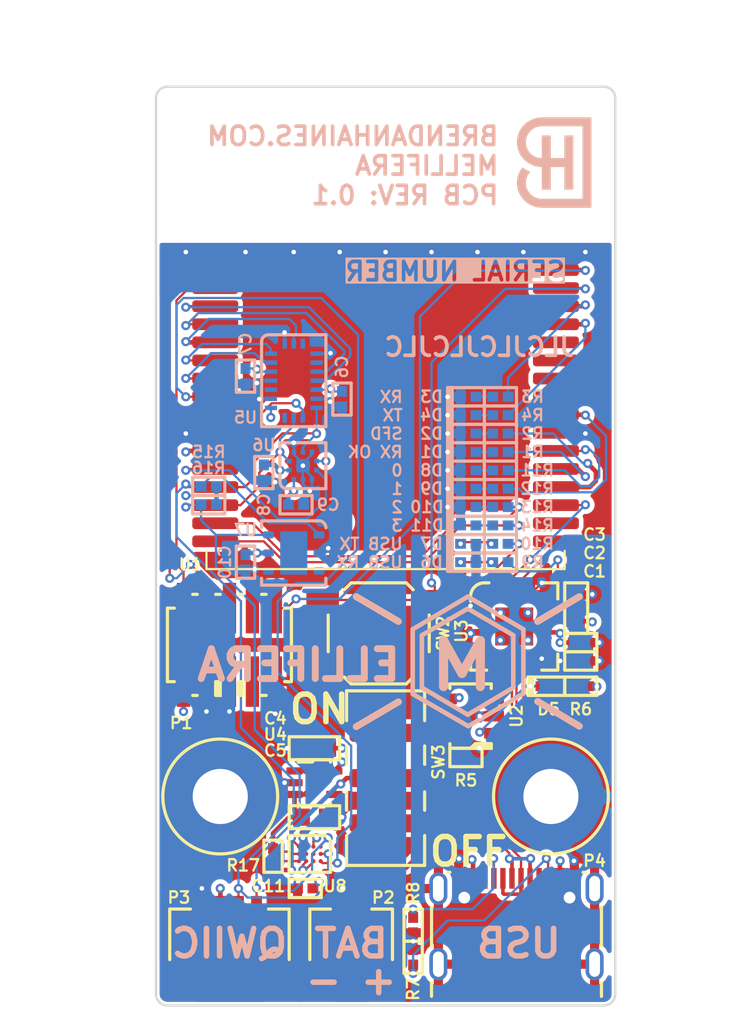
<source format=kicad_pcb>
(kicad_pcb (version 20221018) (generator pcbnew)

  (general
    (thickness 1.6)
  )

  (paper "USLetter")
  (title_block
    (title "${PROJECT_NAME}")
    (date "2022-09-27")
    (rev "${PCB_REVISION}")
    (company "Brendan Haines")
  )

  (layers
    (0 "F.Cu" signal)
    (1 "In1.Cu" signal)
    (2 "In2.Cu" signal)
    (31 "B.Cu" signal)
    (32 "B.Adhes" user "B.Adhesive")
    (33 "F.Adhes" user "F.Adhesive")
    (34 "B.Paste" user)
    (35 "F.Paste" user)
    (36 "B.SilkS" user "B.Silkscreen")
    (37 "F.SilkS" user "F.Silkscreen")
    (38 "B.Mask" user)
    (39 "F.Mask" user)
    (40 "Dwgs.User" user "User.Drawings")
    (41 "Cmts.User" user "User.Comments")
    (42 "Eco1.User" user "User.Eco1")
    (43 "Eco2.User" user "User.Eco2")
    (44 "Edge.Cuts" user)
    (45 "Margin" user)
    (46 "B.CrtYd" user "B.Courtyard")
    (47 "F.CrtYd" user "F.Courtyard")
    (48 "B.Fab" user)
    (49 "F.Fab" user)
    (50 "User.1" user)
    (51 "User.2" user)
    (52 "User.3" user)
    (53 "User.4" user)
    (54 "User.5" user)
    (55 "User.6" user)
    (56 "User.7" user)
    (57 "User.8" user)
    (58 "User.9" user)
  )

  (setup
    (stackup
      (layer "F.SilkS" (type "Top Silk Screen"))
      (layer "F.Paste" (type "Top Solder Paste"))
      (layer "F.Mask" (type "Top Solder Mask") (thickness 0.01))
      (layer "F.Cu" (type "copper") (thickness 0.035))
      (layer "dielectric 1" (type "core") (thickness 0.48) (material "FR4") (epsilon_r 4.5) (loss_tangent 0.02))
      (layer "In1.Cu" (type "copper") (thickness 0.035))
      (layer "dielectric 2" (type "prepreg") (thickness 0.48) (material "FR4") (epsilon_r 4.5) (loss_tangent 0.02))
      (layer "In2.Cu" (type "copper") (thickness 0.035))
      (layer "dielectric 3" (type "core") (thickness 0.48) (material "FR4") (epsilon_r 4.5) (loss_tangent 0.02))
      (layer "B.Cu" (type "copper") (thickness 0.035))
      (layer "B.Mask" (type "Bottom Solder Mask") (thickness 0.01))
      (layer "B.Paste" (type "Bottom Solder Paste"))
      (layer "B.SilkS" (type "Bottom Silk Screen"))
      (copper_finish "None")
      (dielectric_constraints no)
    )
    (pad_to_mask_clearance 0)
    (grid_origin 127 76.2)
    (pcbplotparams
      (layerselection 0x00010fc_ffffffff)
      (plot_on_all_layers_selection 0x0000000_00000000)
      (disableapertmacros false)
      (usegerberextensions false)
      (usegerberattributes true)
      (usegerberadvancedattributes true)
      (creategerberjobfile true)
      (dashed_line_dash_ratio 12.000000)
      (dashed_line_gap_ratio 3.000000)
      (svgprecision 4)
      (plotframeref false)
      (viasonmask false)
      (mode 1)
      (useauxorigin false)
      (hpglpennumber 1)
      (hpglpenspeed 20)
      (hpglpendiameter 15.000000)
      (dxfpolygonmode true)
      (dxfimperialunits true)
      (dxfusepcbnewfont true)
      (psnegative false)
      (psa4output false)
      (plotreference true)
      (plotvalue true)
      (plotinvisibletext false)
      (sketchpadsonfab false)
      (subtractmaskfromsilk false)
      (outputformat 1)
      (mirror false)
      (drillshape 0)
      (scaleselection 1)
      (outputdirectory "output")
    )
  )

  (property "PCB_REVISION" "0.1")
  (property "PROJECT_NAME" "MELLIFERA")

  (net 0 "")
  (net 1 "Net-(D1-PadA)")
  (net 2 "GND")
  (net 3 "Net-(D2-PadA)")
  (net 4 "Net-(D3-PadA)")
  (net 5 "Net-(D4-PadA)")
  (net 6 "/SWDIO")
  (net 7 "/SWCLK")
  (net 8 "unconnected-(P1-SWO{slash}TDO)")
  (net 9 "unconnected-(P1-NC{slash}TDI)")
  (net 10 "/N_RESET")
  (net 11 "/RX_OK_LED")
  (net 12 "/SFD_LED")
  (net 13 "/RX_LED")
  (net 14 "/TX_LED")
  (net 15 "unconnected-(U1-VCCIO_TP)")
  (net 16 "unconnected-(U1-READY)")
  (net 17 "unconnected-(U1-SPIS_MISO)")
  (net 18 "unconnected-(U1-SPIS_MOSI)")
  (net 19 "unconnected-(U1-SPIS_CLK)")
  (net 20 "unconnected-(U1-SPIS_CSn)")
  (net 21 "Net-(D5-PadA)")
  (net 22 "Net-(U2-STAT)")
  (net 23 "Net-(U2-PROG)")
  (net 24 "/USB_VBUS")
  (net 25 "/VBAT")
  (net 26 "/RX")
  (net 27 "/TX")
  (net 28 "Net-(U3-CBUS1)")
  (net 29 "Net-(U3-CBUS2)")
  (net 30 "unconnected-(U3-~{CTS})")
  (net 31 "unconnected-(U3-CBUS0)")
  (net 32 "unconnected-(U3-CBUS3)")
  (net 33 "unconnected-(U3-~{RTS})")
  (net 34 "/SDA")
  (net 35 "/SCL")
  (net 36 "Net-(D8-PadA)")
  (net 37 "Net-(D9-PadA)")
  (net 38 "Net-(D10-PadA)")
  (net 39 "Net-(D11-PadA)")
  (net 40 "/LED0")
  (net 41 "/LED1")
  (net 42 "/LED2")
  (net 43 "/LED3")
  (net 44 "VDC_3V3")
  (net 45 "unconnected-(U4-NC)")
  (net 46 "/FTDI/VDC_3V3_USB")
  (net 47 "/FTDI/N_LED_RX")
  (net 48 "/FTDI/N_LED_TX")
  (net 49 "/N_BUTTON")
  (net 50 "/INT5")
  (net 51 "/INT4")
  (net 52 "/INT1")
  (net 53 "/INT3")
  (net 54 "/INT2")
  (net 55 "/INT_DRDY")
  (net 56 "/INT_BARO")
  (net 57 "/USB_D_P")
  (net 58 "/USB_D_N")
  (net 59 "unconnected-(U5-CSB2)")
  (net 60 "unconnected-(U5-NC)")
  (net 61 "unconnected-(U5-CSB1)")
  (net 62 "unconnected-(U5-NC)_1")
  (net 63 "Net-(P4-CC1)")
  (net 64 "unconnected-(P4-SBU1)")
  (net 65 "Net-(P4-CC2)")
  (net 66 "unconnected-(P4-SBU2)")
  (net 67 "unconnected-(U7-PAD)")
  (net 68 "unconnected-(U7-NC)_1")
  (net 69 "unconnected-(U7-NC)")
  (net 70 "unconnected-(U8-NC)_1")
  (net 71 "unconnected-(U8-NC)")
  (net 72 "/INT_POW")
  (net 73 "Net-(U8-IN-)")
  (net 74 "Net-(U8-IN+)")
  (net 75 "unconnected-(SW3-C)_1")
  (net 76 "unconnected-(SW3-C)")
  (net 77 "Net-(U4-EN)")
  (net 78 "Net-(SW3-B)")

  (footprint "common:C0603" (layer "F.Cu") (at 137.541 96.393 90))

  (footprint "common:TIE_5X5" (layer "F.Cu") (at 121.412 110.382 180))

  (footprint "common:R0402" (layer "F.Cu") (at 128.524 113.919 -90))

  (footprint "common:MH120X230_#4" (layer "F.Cu") (at 117.856 106.807))

  (footprint "common:TIE_5X5" (layer "F.Cu") (at 121.412 109.855 180))

  (footprint "jst:SM02B-SRSS-TB" (layer "F.Cu") (at 125.095 117.856 90))

  (footprint "common:DWM1001C" (layer "F.Cu") (at 127 76.2))

  (footprint "common:BGA40P165X139X63-12-TI_YFF" (layer "F.Cu") (at 122.809 109.982 -90))

  (footprint "common:MC-311D" (layer "F.Cu") (at 134.239 116.078))

  (footprint "common:SOT-23-5" (layer "F.Cu") (at 131.699 102.362 180))

  (footprint "common:C0603" (layer "F.Cu") (at 123.063 107.95))

  (footprint "common:R0402" (layer "F.Cu") (at 131.445 104.648))

  (footprint "common:QFN65P400X400X80-16P_FT230XQ" (layer "F.Cu") (at 134.112 97.409))

  (footprint "common:C0402" (layer "F.Cu") (at 137.795 98.298))

  (footprint "common:C0603" (layer "F.Cu") (at 123.063 104.14 180))

  (footprint "common:R0402" (layer "F.Cu") (at 128.524 115.697 90))

  (footprint "common:MH120X230_#4" (layer "F.Cu") (at 136.144 106.807))

  (footprint "common:R0402" (layer "F.Cu") (at 137.795 100.711 180))

  (footprint "common:R0402" (layer "F.Cu") (at 120.777 110.109 90))

  (footprint "common:C0402" (layer "F.Cu") (at 137.795 99.314))

  (footprint "common:JS202011JCQN" (layer "F.Cu") (at 127 105.791 -90))

  (footprint "common:C0402" (layer "F.Cu") (at 122.555 111.887 180))

  (footprint "common:LED0402" (layer "F.Cu") (at 136.017 100.711))

  (footprint "common:SOT-353" (layer "F.Cu") (at 123.063 106.045))

  (footprint "jst:SM04B-SRSS-TB" (layer "F.Cu") (at 118.364 117.856 90))

  (footprint "common:PinHeader_2x05_P1.27mm_Vertical-Samtec_FTSH-105-01-F-DV-K" (layer "F.Cu") (at 118.364 98.425 90))

  (footprint "common:SPST_SKQG" (layer "F.Cu") (at 126.619 97.79))

  (footprint "common:R0402" (layer "B.Cu") (at 133.35 87.757 180))

  (footprint "common:R0402" (layer "B.Cu") (at 133.35 85.725 180))

  (footprint "common:LED0402" (layer "B.Cu") (at 131.572 88.773))

  (footprint "common:LED0402" (layer "B.Cu") (at 131.572 86.741))

  (footprint "common:C0402" (layer "B.Cu") (at 124.587 84.836 -90))

  (footprint "common:LED0402" (layer "B.Cu") (at 131.572 91.821))

  (footprint "common:LGA20-BMX055" (layer "B.Cu") (at 121.92 83.82 180))

  (footprint "common:LED0402" (layer "B.Cu") (at 131.572 90.805))

  (footprint "common:LED0402" (layer "B.Cu") (at 131.572 89.789))

  (footprint "common:R0402" (layer "B.Cu") (at 133.35 88.773 180))

  (footprint "common:LED0402" (layer "B.Cu") (at 131.572 92.837))

  (footprint "common:R0402" (layer "B.Cu") (at 133.35 91.821 180))

  (footprint "common:LED0402" (layer "B.Cu") (at 131.572 87.757))

  (footprint "common:C0402" (layer "B.Cu") (at 120.269 88.9 -90))

  (footprint "common:R0402" (layer "B.Cu") (at 133.35 90.805 180))

  (footprint "common:R0402" (layer "B.Cu") (at 133.35 84.709 180))

  (footprint "common:R0402" (layer "B.Cu") (at 133.35 93.853 180))

  (footprint "common:LED0402" (layer "B.Cu") (at 131.572 84.709))

  (footprint "common:LED0402" (layer "B.Cu") (at 131.572 93.853))

  (footprint "common:R0402" (layer "B.Cu") (at 133.35 86.741 180))

  (footprint "common:C0402" (layer "B.Cu") (at 122.047 90.678))

  (footprint "common:LED0402" (layer "B.Cu") (at 131.572 85.725))

  (footprint "common:C0402" (layer "B.Cu") (at 119.253 93.853 -90))

  (footprint "common:LGA10-BMP388" (layer "B.Cu") (at 122.428 88.519))

  (footprint "common:R0402" (layer "B.Cu") (at 117.221 89.662 180))

  (footprint "common:R0402" (layer "B.Cu") (at 117.221 90.678 180))

  (footprint "common:HDC1080DMBR" (layer "B.Cu")
    (tstamp df8e5975-7741-4127-99f0-056647cf0b33)
    (at 121.92 93.345 180)
    (property "LCSC" "C82227")
    (property "Manufacturer" "Texas Instruments")
    (property "ManufacturerPartNumber" "HDC1080DMBR")
    (property "Sheetfile" "mellifera.kicad_sch")
    (property "Sheetname" "")
    (property "ki_description" "Sensor, Temperature/Humidity, I2C")
    (path "/6fe5e11d-b660-4afa-b33f-a024e524c2c2")
    (attr smd)
    (fp_text reference "U7" (at 2.667 1.27) (layer "B.SilkS")
        (effects (font (size 0.635 0.635) (thickness 0.127)) (justify mirror))
      (tstamp fb663c65-b7a1-4d50-9d8b-13d47531b6bd)
    )
    (fp_text value "~" (at 0 -0.889) (layer "B.Fab") hide
        (effects (font (size 0.635 0.635) (thickness 0.127)) (justify mirror))
      (tstamp 5c43a8fc-bbe8-47c7-9be7-cf5261d48db5)
    )
    (fp_text user "${REFERENCE}" (at 0 0.762) (layer "B.Fab")
        (effects (font (size 0.635 0.635) (thickness 0.127)) (justify mirror))
      (tstamp 43404b56-ed23-437f-99a6-0f1b22910f6e)
    )
    (fp_line (start -1.778 -1.778) (end 1.778 -1.778)
      (stroke (width 0.1778) (type default)) (layer "B.SilkS") (tstamp 209febe3-b507-4990-817b-fe204eb72bed))
    (fp_line (start -1.778 -1.397) (end -1.778 -1.778)
      (
... [903403 chars truncated]
</source>
